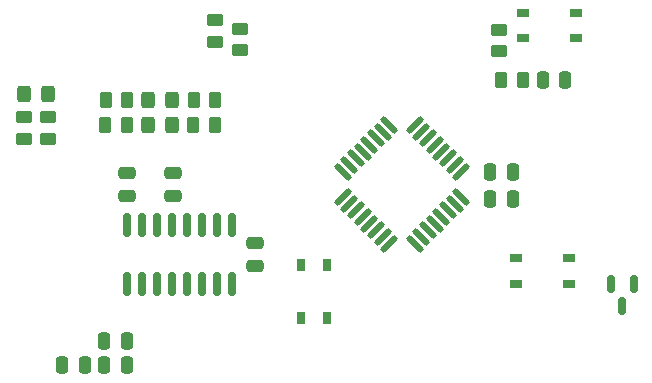
<source format=gbr>
%TF.GenerationSoftware,KiCad,Pcbnew,7.0.6*%
%TF.CreationDate,2023-07-26T12:25:32-06:00*%
%TF.ProjectId,PuyoPuy030,5075796f-5075-4793-9033-302e6b696361,rev?*%
%TF.SameCoordinates,Original*%
%TF.FileFunction,Paste,Top*%
%TF.FilePolarity,Positive*%
%FSLAX46Y46*%
G04 Gerber Fmt 4.6, Leading zero omitted, Abs format (unit mm)*
G04 Created by KiCad (PCBNEW 7.0.6) date 2023-07-26 12:25:32*
%MOMM*%
%LPD*%
G01*
G04 APERTURE LIST*
G04 Aperture macros list*
%AMRoundRect*
0 Rectangle with rounded corners*
0 $1 Rounding radius*
0 $2 $3 $4 $5 $6 $7 $8 $9 X,Y pos of 4 corners*
0 Add a 4 corners polygon primitive as box body*
4,1,4,$2,$3,$4,$5,$6,$7,$8,$9,$2,$3,0*
0 Add four circle primitives for the rounded corners*
1,1,$1+$1,$2,$3*
1,1,$1+$1,$4,$5*
1,1,$1+$1,$6,$7*
1,1,$1+$1,$8,$9*
0 Add four rect primitives between the rounded corners*
20,1,$1+$1,$2,$3,$4,$5,0*
20,1,$1+$1,$4,$5,$6,$7,0*
20,1,$1+$1,$6,$7,$8,$9,0*
20,1,$1+$1,$8,$9,$2,$3,0*%
G04 Aperture macros list end*
%ADD10R,0.711200X0.990600*%
%ADD11R,0.990600X0.711200*%
%ADD12RoundRect,0.250000X0.325000X0.450000X-0.325000X0.450000X-0.325000X-0.450000X0.325000X-0.450000X0*%
%ADD13RoundRect,0.250000X-0.250000X-0.475000X0.250000X-0.475000X0.250000X0.475000X-0.250000X0.475000X0*%
%ADD14RoundRect,0.250000X0.475000X-0.250000X0.475000X0.250000X-0.475000X0.250000X-0.475000X-0.250000X0*%
%ADD15RoundRect,0.250000X0.250000X0.475000X-0.250000X0.475000X-0.250000X-0.475000X0.250000X-0.475000X0*%
%ADD16RoundRect,0.150000X-0.150000X0.587500X-0.150000X-0.587500X0.150000X-0.587500X0.150000X0.587500X0*%
%ADD17RoundRect,0.250000X0.450000X-0.262500X0.450000X0.262500X-0.450000X0.262500X-0.450000X-0.262500X0*%
%ADD18RoundRect,0.250000X0.262500X0.450000X-0.262500X0.450000X-0.262500X-0.450000X0.262500X-0.450000X0*%
%ADD19RoundRect,0.124500X0.444982X0.621052X-0.621052X-0.444982X-0.444982X-0.621052X0.621052X0.444982X0*%
%ADD20RoundRect,0.125000X0.444275X0.621052X-0.621052X-0.444275X-0.444275X-0.621052X0.621052X0.444275X0*%
%ADD21RoundRect,0.124400X0.445124X0.621052X-0.621052X-0.445124X-0.445124X-0.621052X0.621052X0.445124X0*%
%ADD22RoundRect,0.124500X-0.444982X0.621052X-0.621052X0.444982X0.444982X-0.621052X0.621052X-0.444982X0*%
%ADD23RoundRect,0.125000X-0.444275X0.621052X-0.621052X0.444275X0.444275X-0.621052X0.621052X-0.444275X0*%
%ADD24RoundRect,0.250000X-0.450000X0.262500X-0.450000X-0.262500X0.450000X-0.262500X0.450000X0.262500X0*%
%ADD25RoundRect,0.250000X-0.325000X-0.450000X0.325000X-0.450000X0.325000X0.450000X-0.325000X0.450000X0*%
%ADD26RoundRect,0.250000X-0.262500X-0.450000X0.262500X-0.450000X0.262500X0.450000X-0.262500X0.450000X0*%
%ADD27RoundRect,0.250000X-0.475000X0.250000X-0.475000X-0.250000X0.475000X-0.250000X0.475000X0.250000X0*%
%ADD28RoundRect,0.150000X0.150000X-0.850000X0.150000X0.850000X-0.150000X0.850000X-0.150000X-0.850000X0*%
G04 APERTURE END LIST*
D10*
%TO.C,SW1*%
X107070001Y-124134001D03*
X107070001Y-119633999D03*
X109219999Y-124134001D03*
X109219999Y-119633999D03*
%TD*%
D11*
%TO.C,SW3*%
X130306601Y-100447999D03*
X125806599Y-100447999D03*
X130306601Y-98298001D03*
X125806599Y-98298001D03*
%TD*%
%TO.C,SW2*%
X129699801Y-121246499D03*
X125199799Y-121246499D03*
X129699801Y-119096501D03*
X125199799Y-119096501D03*
%TD*%
D12*
%TO.C,D1*%
X96099100Y-107823000D03*
X94049100Y-107823000D03*
%TD*%
D13*
%TO.C,C1*%
X123068000Y-111760000D03*
X124968000Y-111760000D03*
%TD*%
D14*
%TO.C,C4*%
X92329000Y-113795800D03*
X92329000Y-111895800D03*
%TD*%
D15*
%TO.C,C9*%
X88707000Y-128143000D03*
X86807000Y-128143000D03*
%TD*%
D16*
%TO.C,D3*%
X135189000Y-121236500D03*
X133289000Y-121236500D03*
X134239000Y-123111500D03*
%TD*%
D17*
%TO.C,R10*%
X83566000Y-108966000D03*
X83566000Y-107141000D03*
%TD*%
D18*
%TO.C,R1*%
X92278200Y-107823000D03*
X90453200Y-107823000D03*
%TD*%
%TO.C,R4*%
X99794700Y-105714800D03*
X97969700Y-105714800D03*
%TD*%
D14*
%TO.C,C5*%
X96189800Y-113780600D03*
X96189800Y-111880600D03*
%TD*%
D19*
%TO.C,U1*%
X120607284Y-111763099D03*
D20*
X120042306Y-111198121D03*
X119476621Y-110632436D03*
X118910935Y-110066750D03*
D21*
X118344401Y-109500216D03*
D20*
X117779564Y-108935379D03*
X117213879Y-108369694D03*
X116648194Y-107804008D03*
D22*
X114521499Y-107804716D03*
D23*
X113956521Y-108369694D03*
X113390836Y-108935379D03*
X112825150Y-109501065D03*
X112259465Y-110066750D03*
X111693779Y-110632436D03*
X111128094Y-111198121D03*
X110562408Y-111763806D03*
D20*
X110562408Y-113889794D03*
X111128094Y-114455479D03*
X111693779Y-115021164D03*
X112259465Y-115586850D03*
X112825150Y-116152535D03*
X113390836Y-116718221D03*
X113956521Y-117283906D03*
X114522206Y-117849592D03*
D23*
X116648194Y-117849592D03*
X117213879Y-117283906D03*
X117779564Y-116718221D03*
X118345250Y-116152535D03*
X118910935Y-115586850D03*
X119476621Y-115021164D03*
X120042306Y-114455479D03*
X120607992Y-113889794D03*
%TD*%
D13*
%TO.C,C8*%
X90363000Y-128143000D03*
X92263000Y-128143000D03*
%TD*%
D24*
%TO.C,R5*%
X99771200Y-98936800D03*
X99771200Y-100761800D03*
%TD*%
D25*
%TO.C,D4*%
X83557000Y-105210600D03*
X85607000Y-105210600D03*
%TD*%
D24*
%TO.C,R9*%
X85598000Y-107141000D03*
X85598000Y-108966000D03*
%TD*%
%TO.C,R8*%
X123840200Y-99747700D03*
X123840200Y-101572700D03*
%TD*%
D12*
%TO.C,D2*%
X96148000Y-105714800D03*
X94098000Y-105714800D03*
%TD*%
D13*
%TO.C,C7*%
X90363000Y-126060200D03*
X92263000Y-126060200D03*
%TD*%
%TO.C,C2*%
X123068000Y-114046000D03*
X124968000Y-114046000D03*
%TD*%
D18*
%TO.C,R3*%
X99747700Y-107823000D03*
X97922700Y-107823000D03*
%TD*%
D26*
%TO.C,R7*%
X123994500Y-104013000D03*
X125819500Y-104013000D03*
%TD*%
D18*
%TO.C,R2*%
X92327100Y-105714800D03*
X90502100Y-105714800D03*
%TD*%
D27*
%TO.C,C3*%
X103149400Y-117824200D03*
X103149400Y-119724200D03*
%TD*%
D13*
%TO.C,C6*%
X127513000Y-104013000D03*
X129413000Y-104013000D03*
%TD*%
D28*
%TO.C,U2*%
X92329000Y-121285000D03*
X93599000Y-121285000D03*
X94869000Y-121285000D03*
X96139000Y-121285000D03*
X97409000Y-121285000D03*
X98679000Y-121285000D03*
X99949000Y-121285000D03*
X101219000Y-121285000D03*
X101219000Y-116285000D03*
X99949000Y-116285000D03*
X98679000Y-116285000D03*
X97409000Y-116285000D03*
X96139000Y-116285000D03*
X94869000Y-116285000D03*
X93599000Y-116285000D03*
X92329000Y-116285000D03*
%TD*%
D17*
%TO.C,R6*%
X101854000Y-101473000D03*
X101854000Y-99648000D03*
%TD*%
M02*

</source>
